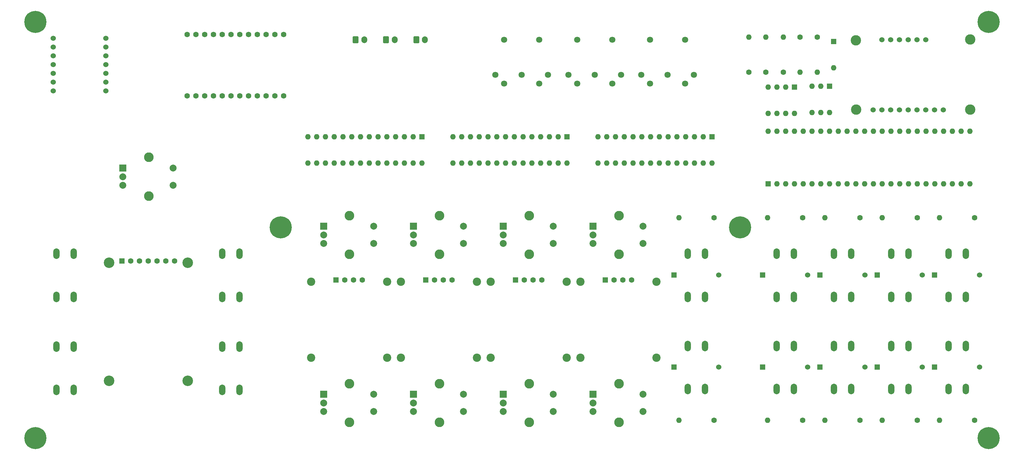
<source format=gbr>
%TF.GenerationSoftware,KiCad,Pcbnew,(5.1.9-0-10_14)*%
%TF.CreationDate,2021-03-16T22:34:44+01:00*%
%TF.ProjectId,xva1-ui,78766131-2d75-4692-9e6b-696361645f70,rev?*%
%TF.SameCoordinates,Original*%
%TF.FileFunction,Soldermask,Bot*%
%TF.FilePolarity,Negative*%
%FSLAX46Y46*%
G04 Gerber Fmt 4.6, Leading zero omitted, Abs format (unit mm)*
G04 Created by KiCad (PCBNEW (5.1.9-0-10_14)) date 2021-03-16 22:34:44*
%MOMM*%
%LPD*%
G01*
G04 APERTURE LIST*
%ADD10O,1.600000X1.600000*%
%ADD11C,1.600000*%
%ADD12C,6.400000*%
%ADD13C,3.600000*%
%ADD14C,1.524000*%
%ADD15R,1.524000X1.524000*%
%ADD16O,1.850000X3.048000*%
%ADD17R,2.000000X2.000000*%
%ADD18C,2.000000*%
%ADD19C,2.800000*%
%ADD20C,1.800000*%
%ADD21C,2.400000*%
%ADD22R,1.600000X1.600000*%
%ADD23C,3.000000*%
%ADD24O,1.700000X2.000000*%
%ADD25C,3.048000*%
G04 APERTURE END LIST*
D10*
%TO.C,R7*%
X197395000Y-140850000D03*
D11*
X207555000Y-140850000D03*
%TD*%
D10*
%TO.C,R6*%
X197395000Y-82150000D03*
D11*
X207555000Y-82150000D03*
%TD*%
D10*
%TO.C,R9*%
X239695000Y-82150000D03*
D11*
X249855000Y-82150000D03*
%TD*%
D10*
%TO.C,R10*%
X256295000Y-82150000D03*
D11*
X266455000Y-82150000D03*
%TD*%
D10*
%TO.C,R11*%
X272895000Y-82150000D03*
D11*
X283055000Y-82150000D03*
%TD*%
D10*
%TO.C,R15*%
X272895000Y-140850000D03*
D11*
X283055000Y-140850000D03*
%TD*%
D10*
%TO.C,R14*%
X256295000Y-140850000D03*
D11*
X266455000Y-140850000D03*
%TD*%
D10*
%TO.C,R13*%
X239695000Y-140850000D03*
D11*
X249855000Y-140850000D03*
%TD*%
D10*
%TO.C,R12*%
X223095000Y-140850000D03*
D11*
X233255000Y-140850000D03*
%TD*%
D10*
%TO.C,R8*%
X223095000Y-82150000D03*
D11*
X233255000Y-82150000D03*
%TD*%
D12*
%TO.C,REF\u002A\u002A*%
X215100000Y-85000000D03*
D13*
X215100000Y-85000000D03*
%TD*%
%TO.C,REF\u002A\u002A*%
X82100000Y-85000000D03*
D12*
X82100000Y-85000000D03*
%TD*%
%TO.C,REF\u002A\u002A*%
X287100000Y-146000000D03*
D13*
X287100000Y-146000000D03*
%TD*%
D12*
%TO.C,REF\u002A\u002A*%
X287100000Y-25500000D03*
D13*
X287100000Y-25500000D03*
%TD*%
D12*
%TO.C,REF\u002A\u002A*%
X11100000Y-25500000D03*
D13*
X11100000Y-25500000D03*
%TD*%
D12*
%TO.C,REF\u002A\u002A*%
X11100000Y-146000000D03*
D13*
X11100000Y-146000000D03*
%TD*%
D14*
%TO.C,SW22*%
X284475000Y-125490000D03*
D15*
X271475000Y-125470000D03*
D16*
X280500000Y-131830000D03*
X275500000Y-131830000D03*
X280500000Y-119330000D03*
X275500000Y-119330000D03*
%TD*%
D14*
%TO.C,SW18*%
X284475000Y-98775000D03*
D15*
X271475000Y-98755000D03*
D16*
X280500000Y-105115000D03*
X275500000Y-105115000D03*
X280500000Y-92615000D03*
X275500000Y-92615000D03*
%TD*%
D14*
%TO.C,SW21*%
X267875000Y-125490000D03*
D15*
X254875000Y-125470000D03*
D16*
X263900000Y-131830000D03*
X258900000Y-131830000D03*
X263900000Y-119330000D03*
X258900000Y-119330000D03*
%TD*%
D14*
%TO.C,SW20*%
X251275000Y-125490000D03*
D15*
X238275000Y-125470000D03*
D16*
X247300000Y-131830000D03*
X242300000Y-131830000D03*
X247300000Y-119330000D03*
X242300000Y-119330000D03*
%TD*%
D14*
%TO.C,SW19*%
X234675000Y-125490000D03*
D15*
X221675000Y-125470000D03*
D16*
X230700000Y-131830000D03*
X225700000Y-131830000D03*
X230700000Y-119330000D03*
X225700000Y-119330000D03*
%TD*%
D14*
%TO.C,SW17*%
X267875000Y-98775000D03*
D15*
X254875000Y-98755000D03*
D16*
X263900000Y-105115000D03*
X258900000Y-105115000D03*
X263900000Y-92615000D03*
X258900000Y-92615000D03*
%TD*%
D14*
%TO.C,SW16*%
X251275000Y-98775000D03*
D15*
X238275000Y-98755000D03*
D16*
X247300000Y-105115000D03*
X242300000Y-105115000D03*
X247300000Y-92615000D03*
X242300000Y-92615000D03*
%TD*%
D14*
%TO.C,SW15*%
X234675000Y-98775000D03*
D15*
X221675000Y-98755000D03*
D16*
X230700000Y-105115000D03*
X225700000Y-105115000D03*
X230700000Y-92615000D03*
X225700000Y-92615000D03*
%TD*%
D14*
%TO.C,SW14*%
X208975000Y-125490000D03*
D15*
X195975000Y-125470000D03*
D16*
X205000000Y-131830000D03*
X200000000Y-131830000D03*
X205000000Y-119330000D03*
X200000000Y-119330000D03*
%TD*%
D14*
%TO.C,SW13*%
X208975000Y-98775000D03*
D15*
X195975000Y-98755000D03*
D16*
X205000000Y-105115000D03*
X200000000Y-105115000D03*
X205000000Y-92615000D03*
X200000000Y-92615000D03*
%TD*%
D17*
%TO.C,SW8*%
X172555000Y-133350000D03*
D18*
X172555000Y-135850000D03*
X172555000Y-138350000D03*
D19*
X180055000Y-130250000D03*
X180055000Y-141450000D03*
D18*
X187055000Y-133350000D03*
X187055000Y-138350000D03*
%TD*%
D17*
%TO.C,SW6*%
X146555000Y-133350000D03*
D18*
X146555000Y-135850000D03*
X146555000Y-138350000D03*
D19*
X154055000Y-130250000D03*
X154055000Y-141450000D03*
D18*
X161055000Y-133350000D03*
X161055000Y-138350000D03*
%TD*%
D17*
%TO.C,SW4*%
X120555000Y-133350000D03*
D18*
X120555000Y-135850000D03*
X120555000Y-138350000D03*
D19*
X128055000Y-130250000D03*
X128055000Y-141450000D03*
D18*
X135055000Y-133350000D03*
X135055000Y-138350000D03*
%TD*%
D17*
%TO.C,SW2*%
X94555000Y-133350000D03*
D18*
X94555000Y-135850000D03*
X94555000Y-138350000D03*
D19*
X102055000Y-130250000D03*
X102055000Y-141450000D03*
D18*
X109055000Y-133350000D03*
X109055000Y-138350000D03*
%TD*%
D17*
%TO.C,SW7*%
X172555000Y-84650000D03*
D18*
X172555000Y-87150000D03*
X172555000Y-89650000D03*
D19*
X180055000Y-81550000D03*
X180055000Y-92750000D03*
D18*
X187055000Y-84650000D03*
X187055000Y-89650000D03*
%TD*%
D17*
%TO.C,SW5*%
X146555000Y-84650000D03*
D18*
X146555000Y-87150000D03*
X146555000Y-89650000D03*
D19*
X154055000Y-81550000D03*
X154055000Y-92750000D03*
D18*
X161055000Y-84650000D03*
X161055000Y-89650000D03*
%TD*%
D17*
%TO.C,SW3*%
X120555000Y-84650000D03*
D18*
X120555000Y-87150000D03*
X120555000Y-89650000D03*
D19*
X128055000Y-81550000D03*
X128055000Y-92750000D03*
D18*
X135055000Y-84650000D03*
X135055000Y-89650000D03*
%TD*%
D17*
%TO.C,SW1*%
X94555000Y-84650000D03*
D18*
X94555000Y-87150000D03*
X94555000Y-89650000D03*
D19*
X102055000Y-81550000D03*
X102055000Y-92750000D03*
D18*
X109055000Y-84650000D03*
X109055000Y-89650000D03*
%TD*%
D10*
%TO.C,R2*%
X232500000Y-40060000D03*
D11*
X232500000Y-29900000D03*
%TD*%
D17*
%TO.C,SW0*%
X36424999Y-67800000D03*
D18*
X36424999Y-70300000D03*
X36424999Y-72800000D03*
D19*
X43924999Y-64700000D03*
X43924999Y-75900000D03*
D18*
X50924999Y-67800000D03*
X50924999Y-72800000D03*
%TD*%
D20*
%TO.C,J3*%
X201740000Y-40749999D03*
X194120000Y-40749999D03*
X186500000Y-40749999D03*
X189040000Y-43289999D03*
X199200000Y-43289999D03*
X189040000Y-30589999D03*
X199200000Y-30589999D03*
%TD*%
%TO.C,J2*%
X180640000Y-40749999D03*
X173020000Y-40749999D03*
X165400000Y-40749999D03*
X167940000Y-43289999D03*
X178100000Y-43289999D03*
X167940000Y-30589999D03*
X178100000Y-30589999D03*
%TD*%
%TO.C,J1*%
X159540000Y-40749999D03*
X151920000Y-40749999D03*
X144300000Y-40749999D03*
X146840000Y-43289999D03*
X157000000Y-43289999D03*
X146840000Y-30589999D03*
X157000000Y-30589999D03*
%TD*%
D10*
%TO.C,R5*%
X217700000Y-29840000D03*
D11*
X217700000Y-40000000D03*
%TD*%
D10*
%TO.C,R4*%
X222600000Y-29840000D03*
D11*
X222600000Y-40000000D03*
%TD*%
D10*
%TO.C,R3*%
X227700000Y-29840000D03*
D11*
X227700000Y-40000000D03*
%TD*%
D10*
%TO.C,R1*%
X237500000Y-40060000D03*
D11*
X237500000Y-29900000D03*
%TD*%
D21*
%TO.C,DS4*%
X190900000Y-122700000D03*
X190900000Y-100700000D03*
D22*
X176090000Y-100200000D03*
D11*
X178630000Y-100200000D03*
X181170000Y-100200000D03*
X183710000Y-100200000D03*
D21*
X168900000Y-122700000D03*
X168900000Y-100700000D03*
%TD*%
%TO.C,DS3*%
X164900000Y-122700000D03*
X164900000Y-100700000D03*
D22*
X150090000Y-100200000D03*
D11*
X152630000Y-100200000D03*
X155170000Y-100200000D03*
X157710000Y-100200000D03*
D21*
X142900000Y-122700000D03*
X142900000Y-100700000D03*
%TD*%
%TO.C,DS2*%
X138900000Y-122700000D03*
X138900000Y-100700000D03*
D22*
X124090000Y-100200000D03*
D11*
X126630000Y-100200000D03*
X129170000Y-100200000D03*
X131710000Y-100200000D03*
D21*
X116900000Y-122700000D03*
X116900000Y-100700000D03*
%TD*%
%TO.C,DS1*%
X112900000Y-122700000D03*
X112900000Y-100700000D03*
D22*
X98090000Y-100200000D03*
D11*
X100630000Y-100200000D03*
X103170000Y-100200000D03*
X105710000Y-100200000D03*
D21*
X90900000Y-122700000D03*
X90900000Y-100700000D03*
%TD*%
D11*
%TO.C,U5*%
X55060000Y-29070000D03*
X57600000Y-29070000D03*
X60140000Y-29070000D03*
X62680000Y-29070000D03*
X65220000Y-29070000D03*
X67760000Y-29070000D03*
X70300000Y-29070000D03*
X72840000Y-29070000D03*
X75380000Y-29070000D03*
X77920000Y-29070000D03*
X80460000Y-29070000D03*
X83000000Y-29070000D03*
X83000000Y-46850000D03*
X80460000Y-46850000D03*
X77920000Y-46850000D03*
X75380000Y-46850000D03*
X72840000Y-46850000D03*
X70300000Y-46850000D03*
X67760000Y-46850000D03*
X65220000Y-46850000D03*
X62680000Y-46850000D03*
X60140000Y-46850000D03*
X57600000Y-46850000D03*
X55060000Y-46850000D03*
%TD*%
D23*
%TO.C,U7*%
X281760000Y-30529999D03*
X281760000Y-50849999D03*
X248740000Y-50849999D03*
X248640940Y-30806859D03*
D14*
X256220000Y-30589999D03*
X258760000Y-30589999D03*
X261300000Y-30589999D03*
X263840000Y-30589999D03*
X266380000Y-30589999D03*
X268920000Y-30589999D03*
X274000000Y-50909999D03*
X271460000Y-50909999D03*
X268920000Y-50909999D03*
X266380000Y-50909999D03*
X263840000Y-50909999D03*
X261300000Y-50909999D03*
X258760000Y-50909999D03*
X256220000Y-50909999D03*
X253680000Y-50909999D03*
%TD*%
D10*
%TO.C,U9*%
X241050000Y-51670000D03*
X235970000Y-44050000D03*
X238510000Y-51670000D03*
X238510000Y-44050000D03*
X235970000Y-51670000D03*
D22*
X241050000Y-44050000D03*
%TD*%
D10*
%TO.C,U8*%
X230900000Y-51920000D03*
X223280000Y-44300000D03*
X228360000Y-51920000D03*
X225820000Y-44300000D03*
X225820000Y-51920000D03*
X228360000Y-44300000D03*
X223280000Y-51920000D03*
D22*
X230900000Y-44300000D03*
%TD*%
%TO.C,U6*%
X223230000Y-72384000D03*
D10*
X281650000Y-57144000D03*
X225770000Y-72384000D03*
X279110000Y-57144000D03*
X228310000Y-72384000D03*
X276570000Y-57144000D03*
X230850000Y-72384000D03*
X274030000Y-57144000D03*
X233390000Y-72384000D03*
X271490000Y-57144000D03*
X235930000Y-72384000D03*
X268950000Y-57144000D03*
X238470000Y-72384000D03*
X266410000Y-57144000D03*
X241010000Y-72384000D03*
X263870000Y-57144000D03*
X243550000Y-72384000D03*
X261330000Y-57144000D03*
X246090000Y-72384000D03*
X258790000Y-57144000D03*
X248630000Y-72384000D03*
X256250000Y-57144000D03*
X251170000Y-72384000D03*
X253710000Y-57144000D03*
X253710000Y-72384000D03*
X251170000Y-57144000D03*
X256250000Y-72384000D03*
X248630000Y-57144000D03*
X258790000Y-72384000D03*
X246090000Y-57144000D03*
X261330000Y-72384000D03*
X243550000Y-57144000D03*
X263870000Y-72384000D03*
X241010000Y-57144000D03*
X266410000Y-72384000D03*
X238470000Y-57144000D03*
X268950000Y-72384000D03*
X235930000Y-57144000D03*
X271490000Y-72384000D03*
X233390000Y-57144000D03*
X274030000Y-72384000D03*
X230850000Y-57144000D03*
X276570000Y-72384000D03*
X228310000Y-57144000D03*
X279110000Y-72384000D03*
X225770000Y-57144000D03*
X281650000Y-72384000D03*
X223230000Y-57144000D03*
%TD*%
D14*
%TO.C,U1*%
X31480000Y-30160000D03*
X31480000Y-32700000D03*
X31480000Y-35240000D03*
X31480000Y-37780000D03*
X31480000Y-40320000D03*
X31480000Y-42860000D03*
X31480000Y-45400000D03*
X16240000Y-45400000D03*
X16240000Y-42860000D03*
X16240000Y-40320000D03*
X16240000Y-37780000D03*
X16240000Y-35240000D03*
X16240000Y-32700000D03*
X16240000Y-30160000D03*
%TD*%
D16*
%TO.C,SW12*%
X70200000Y-132054999D03*
X65200000Y-132054999D03*
X70200000Y-119554999D03*
X65200000Y-119554999D03*
%TD*%
%TO.C,SW11*%
X22150000Y-132054999D03*
X17150000Y-132054999D03*
X22150000Y-119554999D03*
X17150000Y-119554999D03*
%TD*%
%TO.C,SW10*%
X70200000Y-105115000D03*
X65200000Y-105115000D03*
X70200000Y-92615000D03*
X65200000Y-92615000D03*
%TD*%
%TO.C,SW9*%
X22150000Y-105115000D03*
X17150000Y-105115000D03*
X22150000Y-92615000D03*
X17150000Y-92615000D03*
%TD*%
D24*
%TO.C,J6*%
X123900000Y-30615000D03*
G36*
G01*
X120550000Y-31365000D02*
X120550000Y-29865000D01*
G75*
G02*
X120800000Y-29615000I250000J0D01*
G01*
X122000000Y-29615000D01*
G75*
G02*
X122250000Y-29865000I0J-250000D01*
G01*
X122250000Y-31365000D01*
G75*
G02*
X122000000Y-31615000I-250000J0D01*
G01*
X120800000Y-31615000D01*
G75*
G02*
X120550000Y-31365000I0J250000D01*
G01*
G37*
%TD*%
%TO.C,J5*%
X115100000Y-30615000D03*
G36*
G01*
X111750000Y-31365000D02*
X111750000Y-29865000D01*
G75*
G02*
X112000000Y-29615000I250000J0D01*
G01*
X113200000Y-29615000D01*
G75*
G02*
X113450000Y-29865000I0J-250000D01*
G01*
X113450000Y-31365000D01*
G75*
G02*
X113200000Y-31615000I-250000J0D01*
G01*
X112000000Y-31615000D01*
G75*
G02*
X111750000Y-31365000I0J250000D01*
G01*
G37*
%TD*%
%TO.C,J4*%
X106300000Y-30615000D03*
G36*
G01*
X102950000Y-31365000D02*
X102950000Y-29865000D01*
G75*
G02*
X103200000Y-29615000I250000J0D01*
G01*
X104400000Y-29615000D01*
G75*
G02*
X104650000Y-29865000I0J-250000D01*
G01*
X104650000Y-31365000D01*
G75*
G02*
X104400000Y-31615000I-250000J0D01*
G01*
X103200000Y-31615000D01*
G75*
G02*
X102950000Y-31365000I0J250000D01*
G01*
G37*
%TD*%
D11*
%TO.C,DS0*%
X51409999Y-94700000D03*
X48869999Y-94700000D03*
X46329999Y-94700000D03*
X43789999Y-94700000D03*
X41249999Y-94700000D03*
X38709999Y-94700000D03*
D22*
X36169999Y-94700000D03*
D25*
X55179999Y-129420000D03*
X55179999Y-95200000D03*
X32399999Y-95200000D03*
X32399999Y-129420000D03*
%TD*%
D10*
%TO.C,D1*%
X242200000Y-38720000D03*
D22*
X242200000Y-31100000D03*
%TD*%
D10*
%TO.C,U4*%
X207020000Y-66320000D03*
X174000000Y-58700000D03*
X204480000Y-66320000D03*
X176540000Y-58700000D03*
X201940000Y-66320000D03*
X179080000Y-58700000D03*
X199400000Y-66320000D03*
X181620000Y-58700000D03*
X196860000Y-66320000D03*
X184160000Y-58700000D03*
X194320000Y-66320000D03*
X186700000Y-58700000D03*
X191780000Y-66320000D03*
X189240000Y-58700000D03*
X189240000Y-66320000D03*
X191780000Y-58700000D03*
X186700000Y-66320000D03*
X194320000Y-58700000D03*
X184160000Y-66320000D03*
X196860000Y-58700000D03*
X181620000Y-66320000D03*
X199400000Y-58700000D03*
X179080000Y-66320000D03*
X201940000Y-58700000D03*
X176540000Y-66320000D03*
X204480000Y-58700000D03*
X174000000Y-66320000D03*
D22*
X207020000Y-58700000D03*
%TD*%
D10*
%TO.C,U3*%
X165020000Y-66320000D03*
X132000000Y-58700000D03*
X162480000Y-66320000D03*
X134540000Y-58700000D03*
X159940000Y-66320000D03*
X137080000Y-58700000D03*
X157400000Y-66320000D03*
X139620000Y-58700000D03*
X154860000Y-66320000D03*
X142160000Y-58700000D03*
X152320000Y-66320000D03*
X144700000Y-58700000D03*
X149780000Y-66320000D03*
X147240000Y-58700000D03*
X147240000Y-66320000D03*
X149780000Y-58700000D03*
X144700000Y-66320000D03*
X152320000Y-58700000D03*
X142160000Y-66320000D03*
X154860000Y-58700000D03*
X139620000Y-66320000D03*
X157400000Y-58700000D03*
X137080000Y-66320000D03*
X159940000Y-58700000D03*
X134540000Y-66320000D03*
X162480000Y-58700000D03*
X132000000Y-66320000D03*
D22*
X165020000Y-58700000D03*
%TD*%
D10*
%TO.C,U2*%
X123020000Y-66320000D03*
X90000000Y-58700000D03*
X120480000Y-66320000D03*
X92540000Y-58700000D03*
X117940000Y-66320000D03*
X95080000Y-58700000D03*
X115400000Y-66320000D03*
X97620000Y-58700000D03*
X112860000Y-66320000D03*
X100160000Y-58700000D03*
X110320000Y-66320000D03*
X102700000Y-58700000D03*
X107780000Y-66320000D03*
X105240000Y-58700000D03*
X105240000Y-66320000D03*
X107780000Y-58700000D03*
X102700000Y-66320000D03*
X110320000Y-58700000D03*
X100160000Y-66320000D03*
X112860000Y-58700000D03*
X97620000Y-66320000D03*
X115400000Y-58700000D03*
X95080000Y-66320000D03*
X117940000Y-58700000D03*
X92540000Y-66320000D03*
X120480000Y-58700000D03*
X90000000Y-66320000D03*
D22*
X123020000Y-58700000D03*
%TD*%
M02*

</source>
